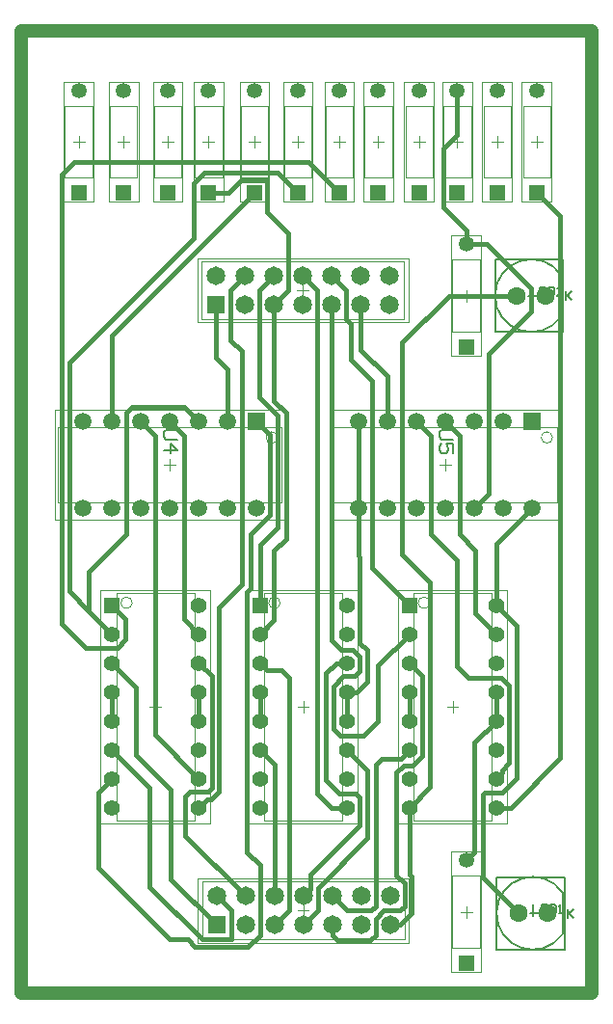
<source format=gtl>
G04*
G04 #@! TF.GenerationSoftware,Altium Limited,Altium Designer,22.9.1 (49)*
G04*
G04 Layer_Physical_Order=1*
G04 Layer_Color=255*
%FSLAX44Y44*%
%MOMM*%
G71*
G04*
G04 #@! TF.SameCoordinates,73C1D453-A157-4A54-B1A5-12706931D713*
G04*
G04*
G04 #@! TF.FilePolarity,Positive*
G04*
G01*
G75*
%ADD10C,0.2000*%
%ADD13C,0.1524*%
%ADD15C,1.2000*%
%ADD16C,0.1500*%
%ADD17C,0.1000*%
%ADD18C,0.0500*%
%ADD28C,0.3810*%
%ADD29C,1.6000*%
%ADD30R,1.3500X1.3500*%
%ADD31C,1.3500*%
%ADD32R,1.5000X1.5000*%
%ADD33C,1.5000*%
%ADD34R,1.4000X1.4000*%
%ADD35C,1.4000*%
%ADD36C,1.6500*%
%ADD37R,1.6500X1.6500*%
D10*
X688340Y501650D02*
X748030D01*
Y438150D02*
Y501650D01*
X688340Y438150D02*
X748030D01*
X688340D02*
Y501650D01*
X687070Y1043940D02*
X746760D01*
Y980440D02*
Y1043940D01*
X687070Y980440D02*
X746760D01*
X687070D02*
Y1043940D01*
X746760Y487680D02*
G03*
X746255Y451440I-26526J-17754D01*
G01*
X745490Y1029970D02*
G03*
X744985Y993730I-26526J-17754D01*
G01*
X746760Y452120D02*
Y487680D01*
X717550Y469900D02*
X722630D01*
X720090Y467360D02*
Y472440D01*
X745490Y994410D02*
Y1029970D01*
X716280Y1012190D02*
X721360D01*
X718820Y1009650D02*
Y1014730D01*
D13*
X720090Y477518D02*
Y469900D01*
X725168D01*
X732786Y477518D02*
X727708D01*
Y469900D01*
X732786D01*
X727708Y473709D02*
X730247D01*
X735325Y477518D02*
Y469900D01*
X739134D01*
X740403Y471170D01*
Y476248D01*
X739134Y477518D01*
X735325D01*
X742943Y469900D02*
X745482D01*
X744212D01*
Y477518D01*
X742943Y476248D01*
X750570Y473708D02*
Y466090D01*
Y468629D01*
X755648Y473708D01*
X751840Y469899D01*
X755648Y466090D01*
X718820Y1019808D02*
Y1012190D01*
X723898D01*
X731516Y1019808D02*
X726438D01*
Y1012190D01*
X731516D01*
X726438Y1015999D02*
X728977D01*
X734055Y1019808D02*
Y1012190D01*
X737864D01*
X739133Y1013460D01*
Y1018538D01*
X737864Y1019808D01*
X734055D01*
X746751Y1012190D02*
X741673D01*
X746751Y1017268D01*
Y1018538D01*
X745481Y1019808D01*
X742942D01*
X741673Y1018538D01*
X749300Y1015997D02*
Y1008380D01*
Y1010919D01*
X754378Y1015997D01*
X750570Y1012189D01*
X754378Y1008380D01*
D15*
X271056Y400050D02*
Y1244600D01*
Y400050D02*
X772160D01*
Y1244600D01*
X271056D02*
X772160D01*
D16*
X650026Y894080D02*
X640029D01*
X638030Y892081D01*
Y888082D01*
X640029Y886083D01*
X650026D01*
Y874087D02*
Y882084D01*
X644028D01*
X646027Y878085D01*
Y876086D01*
X644028Y874087D01*
X640029D01*
X638030Y876086D01*
Y880085D01*
X640029Y882084D01*
X408236Y894080D02*
X398239D01*
X396240Y892081D01*
Y888082D01*
X398239Y886083D01*
X408236D01*
X396240Y876086D02*
X408236D01*
X402238Y882084D01*
Y874087D01*
D17*
X737610Y887600D02*
G03*
X737610Y887600I-5000J0D01*
G01*
X495820D02*
G03*
X495820Y887600I-5000J0D01*
G01*
X629544Y742510D02*
G03*
X629544Y742510I-5000J0D01*
G01*
X498279D02*
G03*
X498279Y742510I-5000J0D01*
G01*
X368370D02*
G03*
X368370Y742510I-5000J0D01*
G01*
X649670Y439670D02*
X673670D01*
X649670D02*
Y502670D01*
X673670Y439670D02*
Y502670D01*
X649670D02*
X673670D01*
X649670Y980690D02*
X673670D01*
X649670D02*
Y1043690D01*
X673670Y980690D02*
Y1043690D01*
X649670D02*
X673670D01*
X544609Y896600D02*
X741610D01*
X544609Y830600D02*
X741610D01*
Y896600D01*
X544609Y830600D02*
Y896600D01*
X302820D02*
X499820D01*
X302820Y830600D02*
X499820D01*
Y896600D01*
X302820Y830600D02*
Y896600D01*
X615544Y551510D02*
Y751510D01*
X684044Y551510D02*
Y751510D01*
X615544D02*
X684044D01*
X615544Y551510D02*
X684044D01*
X484279D02*
Y751510D01*
X552779Y551510D02*
Y751510D01*
X484279D02*
X552779D01*
X484279Y551510D02*
X552779D01*
X354370D02*
Y751510D01*
X422870Y551510D02*
Y751510D01*
X354370D02*
X422870D01*
X354370Y551510D02*
X422870D01*
X711561Y1178860D02*
X735561D01*
Y1115860D02*
Y1178860D01*
X711561Y1115860D02*
Y1178860D01*
Y1115860D02*
X735561D01*
X309370Y1178860D02*
X333370D01*
Y1115860D02*
Y1178860D01*
X309370Y1115860D02*
Y1178860D01*
Y1115860D02*
X333370D01*
X676880Y1178860D02*
X700880D01*
Y1115860D02*
Y1178860D01*
X676880Y1115860D02*
Y1178860D01*
Y1115860D02*
X700880D01*
X348829Y1178860D02*
X372829D01*
Y1115860D02*
Y1178860D01*
X348829Y1115860D02*
Y1178860D01*
Y1115860D02*
X372829D01*
X641866Y1178860D02*
X665866D01*
Y1115860D02*
Y1178860D01*
X641866Y1115860D02*
Y1178860D01*
Y1115860D02*
X665866D01*
X387619Y1178860D02*
X411619D01*
Y1115860D02*
Y1178860D01*
X387619Y1115860D02*
Y1178860D01*
Y1115860D02*
X411619D01*
X608343Y1178860D02*
X632343D01*
Y1115860D02*
Y1178860D01*
X608343Y1115860D02*
Y1178860D01*
Y1115860D02*
X632343D01*
X423379Y1178860D02*
X447379D01*
Y1115860D02*
Y1178860D01*
X423379Y1115860D02*
Y1178860D01*
Y1115860D02*
X447379D01*
X572486Y1178860D02*
X596486D01*
Y1115860D02*
Y1178860D01*
X572486Y1115860D02*
Y1178860D01*
Y1115860D02*
X596486D01*
X463688Y1178860D02*
X487688D01*
Y1115860D02*
Y1178860D01*
X463688Y1115860D02*
Y1178860D01*
Y1115860D02*
X487688D01*
X538231Y1178860D02*
X562231D01*
Y1115860D02*
Y1178860D01*
X538231Y1115860D02*
Y1178860D01*
Y1115860D02*
X562231D01*
X501739Y1178860D02*
X525739D01*
Y1115860D02*
Y1178860D01*
X501739Y1115860D02*
Y1178860D01*
Y1115860D02*
X525739D01*
X429629Y497699D02*
X607429D01*
Y446899D02*
Y497699D01*
X429629Y446899D02*
X607429D01*
X429629D02*
Y497699D01*
X429486Y1042371D02*
X607286D01*
Y991571D02*
Y1042371D01*
X429486Y991571D02*
X607286D01*
X429486D02*
Y1042371D01*
X656670Y471170D02*
X666670D01*
X661670Y466170D02*
Y476170D01*
X656670Y1012190D02*
X666670D01*
X661670Y1007190D02*
Y1017190D01*
X643110Y858600D02*
Y868600D01*
X638110Y863600D02*
X648109D01*
X401320Y858600D02*
Y868600D01*
X396320Y863600D02*
X406320D01*
X644794Y651510D02*
X654794D01*
X649794Y646510D02*
Y656510D01*
X513529Y651510D02*
X523529D01*
X518529Y646510D02*
Y656510D01*
X383620Y651510D02*
X393620D01*
X388620Y646510D02*
Y656510D01*
X723561Y1142360D02*
Y1152360D01*
X718561Y1147360D02*
X728561D01*
X321371Y1142360D02*
Y1152360D01*
X316371Y1147360D02*
X326371D01*
X688880Y1142360D02*
Y1152360D01*
X683880Y1147360D02*
X693880D01*
X360829Y1142360D02*
Y1152360D01*
X355830Y1147360D02*
X365830D01*
X653866Y1142360D02*
Y1152360D01*
X648866Y1147360D02*
X658866D01*
X399619Y1142360D02*
Y1152360D01*
X394619Y1147360D02*
X404619D01*
X620343Y1142360D02*
Y1152360D01*
X615343Y1147360D02*
X625343D01*
X435379Y1142360D02*
Y1152360D01*
X430379Y1147360D02*
X440379D01*
X584486Y1142360D02*
Y1152360D01*
X579486Y1147360D02*
X589486D01*
X475688Y1142360D02*
Y1152360D01*
X470688Y1147360D02*
X480688D01*
X550231Y1142360D02*
Y1152360D01*
X545231Y1147360D02*
X555231D01*
X513739Y1142360D02*
Y1152360D01*
X508739Y1147360D02*
X518739D01*
D18*
X648670Y523920D02*
X674670D01*
X648670Y418420D02*
Y523920D01*
X674670Y418420D02*
Y523920D01*
X648670Y418420D02*
X674670D01*
X648670Y1064940D02*
X674670D01*
X648670Y959440D02*
Y1064940D01*
X674670Y959440D02*
Y1064940D01*
X648670Y959440D02*
X674670D01*
X542110Y912100D02*
X744110D01*
X542110Y815100D02*
X744110D01*
Y912100D01*
X542110Y815100D02*
Y912100D01*
X300320D02*
X502320D01*
X300320Y815100D02*
X502320D01*
Y912100D01*
X300320Y815100D02*
Y912100D01*
X601794Y549010D02*
Y754010D01*
X697794Y549010D02*
Y754010D01*
X601794D02*
X697794D01*
X601794Y549010D02*
X697794D01*
X470529D02*
Y754010D01*
X566529Y549010D02*
Y754010D01*
X470529D02*
X566529D01*
X470529Y549010D02*
X566529D01*
X340620D02*
Y754010D01*
X436620Y549010D02*
Y754010D01*
X340620D02*
X436620D01*
X340620Y549010D02*
X436620D01*
X710560Y1094610D02*
X736561D01*
Y1200110D01*
X710560Y1094610D02*
Y1200110D01*
X736561D01*
X308370Y1094610D02*
X334371D01*
Y1200110D01*
X308370Y1094610D02*
Y1200110D01*
X334371D01*
X675880Y1094610D02*
X701880D01*
Y1200110D01*
X675880Y1094610D02*
Y1200110D01*
X701880D01*
X347829Y1094610D02*
X373830D01*
Y1200110D01*
X347829Y1094610D02*
Y1200110D01*
X373830D01*
X640866Y1094610D02*
X666866D01*
Y1200110D01*
X640866Y1094610D02*
Y1200110D01*
X666866D01*
X386619Y1094610D02*
X412619D01*
Y1200110D01*
X386619Y1094610D02*
Y1200110D01*
X412619D01*
X607343Y1094610D02*
X633343D01*
Y1200110D01*
X607343Y1094610D02*
Y1200110D01*
X633343D01*
X422379Y1094610D02*
X448379D01*
Y1200110D01*
X422379Y1094610D02*
Y1200110D01*
X448379D01*
X571486Y1094610D02*
X597486D01*
Y1200110D01*
X571486Y1094610D02*
Y1200110D01*
X597486D01*
X462688Y1094610D02*
X488688D01*
Y1200110D01*
X462688Y1094610D02*
Y1200110D01*
X488688D01*
X537231Y1094610D02*
X563231D01*
Y1200110D01*
X537231Y1094610D02*
Y1200110D01*
X563231D01*
X500739Y1094610D02*
X526739D01*
Y1200110D01*
X500739Y1094610D02*
Y1200110D01*
X526739D01*
X426129Y444149D02*
Y500449D01*
Y444149D02*
X610929D01*
Y500449D01*
X426129D02*
X610929D01*
X518529Y467299D02*
Y477299D01*
X513529Y472299D02*
X523529D01*
X425985Y988821D02*
Y1045121D01*
Y988821D02*
X610786D01*
Y1045121D01*
X425985D02*
X610786D01*
X518386Y1011971D02*
Y1021971D01*
X513386Y1016971D02*
X523386D01*
D28*
X687894Y740410D02*
X706120Y722184D01*
Y588518D02*
Y722184D01*
X693674Y576072D02*
X706120Y588518D01*
X678434Y576072D02*
X693674D01*
X676148Y573786D02*
X678434Y576072D01*
X676148Y501142D02*
Y573786D01*
Y501142D02*
X707390Y469900D01*
X611694Y562610D02*
X629666Y580582D01*
Y760222D01*
X605282Y784606D02*
X629666Y760222D01*
X605282Y784606D02*
Y971042D01*
X646430Y1012190D01*
X706120D01*
X594729Y459599D02*
X603474D01*
X613918Y470044D01*
Y501821D01*
X611694Y504045D02*
X613918Y501821D01*
X611694Y504045D02*
Y562610D01*
X661670Y1057190D02*
X679916D01*
X718566Y1018540D01*
Y998474D02*
Y1018540D01*
X681482Y961390D02*
X718566Y998474D01*
X681482Y838472D02*
Y961390D01*
X668510Y825500D02*
X681482Y838472D01*
X556629Y664210D02*
X565534D01*
X574548Y673224D01*
Y701055D01*
X568452Y707151D02*
X574548Y701055D01*
X568452Y707151D02*
Y782574D01*
X566910Y784116D02*
X568452Y782574D01*
X566910Y784116D02*
Y825500D01*
X312928Y752602D02*
X330200Y735330D01*
X312928Y752602D02*
Y953262D01*
X422656Y1062990D01*
Y1111250D01*
X431546Y1120140D01*
X495959D01*
X513739Y1102360D01*
X330200Y735330D02*
X350520Y715010D01*
X330200Y735330D02*
Y769874D01*
X363474Y803148D01*
Y909066D01*
X368554Y914146D01*
X414274D01*
X426720Y901700D01*
X350520Y740410D02*
X362458Y728472D01*
Y710184D02*
Y728472D01*
X355346Y703072D02*
X362458Y710184D01*
X327406Y703072D02*
X355346D01*
X306578Y723900D02*
X327406Y703072D01*
X306578Y723900D02*
Y1118616D01*
X317500Y1129538D01*
X523053D01*
X550231Y1102360D01*
X388366Y626364D02*
X426720Y588010D01*
X388366Y626364D02*
Y889254D01*
X375920Y901700D02*
X388366Y889254D01*
X426720Y562610D02*
X434086Y569976D01*
X437911D01*
X444754Y576819D01*
Y738647D01*
X464566Y758459D01*
Y963648D01*
X454886Y973328D02*
X464566Y963648D01*
X454886Y973328D02*
Y1016971D01*
X467586Y1029671D01*
X492986Y1004271D02*
X505681Y1016966D01*
Y1066800D01*
X486918Y1085563D02*
X505681Y1066800D01*
X486918Y1085563D02*
Y1113555D01*
X464312D02*
X486918D01*
X453117Y1102360D02*
X464312Y1113555D01*
X435379Y1102360D02*
X453117D01*
X480429Y740410D02*
Y793234D01*
X496062Y808867D01*
Y907295D01*
X480286Y923072D02*
X496062Y907295D01*
X480286Y923072D02*
Y1016971D01*
X492986Y1029671D01*
X584200Y687516D02*
X611694Y715010D01*
X584200Y638810D02*
Y687516D01*
X571500Y626110D02*
X584200Y638810D01*
X550926Y626110D02*
X571500D01*
X545084Y631952D02*
X550926Y626110D01*
X545084Y631952D02*
Y669290D01*
X553720Y677926D01*
X563375D01*
X568074Y682625D01*
Y695325D01*
X562105Y701294D02*
X568074Y695325D01*
X552211Y701294D02*
X562105D01*
X543786Y709720D02*
X552211Y701294D01*
X543786Y709720D02*
Y1004271D01*
X579120Y772984D02*
X611694Y740410D01*
X579120Y772984D02*
Y937768D01*
X560832Y956056D02*
X579120Y937768D01*
X560832Y956056D02*
Y987298D01*
X556486Y991644D02*
X560832Y987298D01*
X556486Y991644D02*
Y1016971D01*
X543786Y1029671D02*
X556486Y1016971D01*
X687894Y562610D02*
X700557D01*
X743966Y606019D01*
Y1081955D01*
X723561Y1102360D02*
X743966Y1081955D01*
X350520Y613410D02*
X383540Y580390D01*
Y492997D02*
Y580390D01*
Y492997D02*
X429751Y446786D01*
X454916D01*
X455033Y446904D01*
Y472295D01*
X442329Y484999D02*
X455033Y472295D01*
X414782Y537946D02*
X467729Y484999D01*
X414782Y537946D02*
Y572247D01*
X419100Y576565D01*
X434975D01*
X438165Y579755D01*
Y678165D01*
X426720Y689610D02*
X438165Y678165D01*
X518529Y459599D02*
X531229Y472299D01*
Y492349D01*
X574802Y535922D01*
Y595237D01*
X556629Y613410D02*
X574802Y595237D01*
X518529Y484999D02*
X524764Y491235D01*
Y503935D01*
X568198Y547369D01*
Y571500D01*
X564388Y575310D02*
X568198Y571500D01*
X550164Y575310D02*
X564388D01*
X538734Y586740D02*
X550164Y575310D01*
X538734Y586740D02*
Y680968D01*
X547376Y689610D01*
X556629D01*
X543929Y450850D02*
Y459599D01*
Y450850D02*
X548247Y446532D01*
X577706D01*
X582024Y450850D01*
Y464849D01*
X589479Y472304D01*
X603478D01*
X607424Y476250D01*
Y495952D01*
X599948Y503428D02*
X607424Y495952D01*
X599948Y503428D02*
Y593217D01*
X606679Y599948D01*
X614934D01*
X623139Y608153D01*
Y678165D01*
X611694Y689610D02*
X623139Y678165D01*
X477520Y901700D02*
X489465Y889755D01*
Y819912D02*
Y889755D01*
X472440Y802887D02*
X489465Y819912D01*
X472440Y755296D02*
Y802887D01*
X468884Y751740D02*
X472440Y755296D01*
X468884Y523494D02*
Y751740D01*
Y523494D02*
X480429Y511949D01*
Y450850D02*
Y511949D01*
X470015Y440436D02*
X480429Y450850D01*
X423401Y440436D02*
X470015D01*
X417051Y446786D02*
X423401Y440436D01*
X401320Y446786D02*
X417051D01*
X338582Y509524D02*
X401320Y446786D01*
X338582Y509524D02*
Y576072D01*
X350520Y588010D01*
X413766Y727964D02*
X426720Y715010D01*
X413766Y727964D02*
Y889254D01*
X401320Y901700D02*
X413766Y889254D01*
X543929Y484999D02*
X556624Y472304D01*
X578078D01*
X582024Y476250D01*
Y599978D01*
X587851Y605805D01*
X604089D01*
X611694Y613410D01*
X556629Y638810D02*
Y664210D01*
X350520Y901700D02*
Y977192D01*
X475688Y1102360D01*
X480429Y715010D02*
X492986Y727567D01*
Y788143D01*
X503423Y798580D01*
Y909558D01*
X492986Y919995D02*
X503423Y909558D01*
X492986Y919995D02*
Y1004271D01*
X480429Y689610D02*
X487032Y683007D01*
X499226D01*
X505829Y676404D01*
Y472299D02*
Y676404D01*
X493129Y459599D02*
X505829Y472299D01*
X687894Y588010D02*
X693167Y593283D01*
Y595581D01*
X699516Y601930D01*
Y669544D01*
X692150Y676910D02*
X699516Y669544D01*
X663702Y676910D02*
X692150D01*
X653542Y687070D02*
X663702Y676910D01*
X653542Y687070D02*
Y779526D01*
X630428Y802640D02*
X653542Y779526D01*
X630428Y802640D02*
Y888982D01*
X617710Y901700D02*
X630428Y888982D01*
X350520Y689610D02*
X371602Y668528D01*
Y609092D02*
Y668528D01*
Y609092D02*
X402336Y578358D01*
Y499592D02*
Y578358D01*
Y499592D02*
X442329Y459599D01*
X687894Y740410D02*
Y794084D01*
X719310Y825500D01*
X669544Y733360D02*
X687894Y715010D01*
X669544Y733360D02*
Y788670D01*
X655828Y802386D02*
X669544Y788670D01*
X655828Y802386D02*
Y888982D01*
X643110Y901700D02*
X655828Y888982D01*
X668528Y619444D02*
X687894Y638810D01*
X668528Y523028D02*
Y619444D01*
X661670Y516170D02*
X668528Y523028D01*
X518386Y1029671D02*
X531086Y1016971D01*
Y575392D02*
Y1016971D01*
Y575392D02*
X543868Y562610D01*
X556629D01*
X480429Y613410D02*
X493129Y600710D01*
Y484999D02*
Y600710D01*
X661670Y1057190D02*
Y1069594D01*
X641604Y1089660D02*
X661670Y1069594D01*
X641604Y1089660D02*
Y1141152D01*
X653866Y1153414D01*
Y1192360D01*
X566910Y825500D02*
Y901700D01*
X687894Y638810D02*
Y664210D01*
X611694Y638810D02*
Y664210D01*
X350520Y638810D02*
Y664210D01*
X480429Y638810D02*
Y664210D01*
X426720Y638810D02*
Y664210D01*
X442186Y957862D02*
Y1004271D01*
Y957862D02*
X452120Y947928D01*
Y901700D02*
Y947928D01*
X569186Y964448D02*
Y1004271D01*
Y964448D02*
X592310Y941324D01*
Y901700D02*
Y941324D01*
D29*
X732790Y469900D02*
D03*
X707390D02*
D03*
X731520Y1012190D02*
D03*
X706120D02*
D03*
D30*
X661670Y426170D02*
D03*
Y967190D02*
D03*
X723561Y1102360D02*
D03*
X321371D02*
D03*
X688880D02*
D03*
X360829D02*
D03*
X653866D02*
D03*
X399619D02*
D03*
X620343D02*
D03*
X435379D02*
D03*
X584486D02*
D03*
X475688D02*
D03*
X550231D02*
D03*
X513739D02*
D03*
D31*
X661670Y516170D02*
D03*
Y1057190D02*
D03*
X723561Y1192360D02*
D03*
X321371D02*
D03*
X688880D02*
D03*
X360829D02*
D03*
X653866D02*
D03*
X399619D02*
D03*
X620343D02*
D03*
X435379D02*
D03*
X584486D02*
D03*
X475688D02*
D03*
X550231D02*
D03*
X513739D02*
D03*
D32*
X719310Y901700D02*
D03*
X477520D02*
D03*
D33*
X693910D02*
D03*
X668510D02*
D03*
X643110D02*
D03*
X617710D02*
D03*
X592310D02*
D03*
X566910D02*
D03*
X719310Y825500D02*
D03*
X693910D02*
D03*
X668510D02*
D03*
X643110D02*
D03*
X617710D02*
D03*
X592310D02*
D03*
X566910D02*
D03*
X452120Y901700D02*
D03*
X426720D02*
D03*
X401320D02*
D03*
X375920D02*
D03*
X350520D02*
D03*
X325120D02*
D03*
X477520Y825500D02*
D03*
X452120D02*
D03*
X426720D02*
D03*
X401320D02*
D03*
X375920D02*
D03*
X350520D02*
D03*
X325120D02*
D03*
D34*
X611694Y740410D02*
D03*
X480429D02*
D03*
X350520D02*
D03*
D35*
X611694Y715010D02*
D03*
Y689610D02*
D03*
Y664210D02*
D03*
Y638810D02*
D03*
Y613410D02*
D03*
Y588010D02*
D03*
Y562610D02*
D03*
X687894Y740410D02*
D03*
Y715010D02*
D03*
Y689610D02*
D03*
Y664210D02*
D03*
Y638810D02*
D03*
Y613410D02*
D03*
Y588010D02*
D03*
Y562610D02*
D03*
X480429Y715010D02*
D03*
Y689610D02*
D03*
Y664210D02*
D03*
Y638810D02*
D03*
Y613410D02*
D03*
Y588010D02*
D03*
Y562610D02*
D03*
X556629Y740410D02*
D03*
Y715010D02*
D03*
Y689610D02*
D03*
Y664210D02*
D03*
Y638810D02*
D03*
Y613410D02*
D03*
Y588010D02*
D03*
Y562610D02*
D03*
X350520Y715010D02*
D03*
Y689610D02*
D03*
Y664210D02*
D03*
Y638810D02*
D03*
Y613410D02*
D03*
Y588010D02*
D03*
Y562610D02*
D03*
X426720Y740410D02*
D03*
Y715010D02*
D03*
Y689610D02*
D03*
Y664210D02*
D03*
Y638810D02*
D03*
Y613410D02*
D03*
Y588010D02*
D03*
Y562610D02*
D03*
D36*
X518529Y484999D02*
D03*
Y459599D02*
D03*
X493129Y484999D02*
D03*
Y459599D02*
D03*
X442329Y484999D02*
D03*
X467729Y459599D02*
D03*
Y484999D02*
D03*
X543929Y459599D02*
D03*
Y484999D02*
D03*
X569329Y459599D02*
D03*
X594729D02*
D03*
X569329Y484999D02*
D03*
X594729D02*
D03*
X518386Y1029671D02*
D03*
Y1004271D02*
D03*
X492986Y1029671D02*
D03*
Y1004271D02*
D03*
X442186Y1029671D02*
D03*
X467586Y1004271D02*
D03*
Y1029671D02*
D03*
X543786Y1004271D02*
D03*
Y1029671D02*
D03*
X569186Y1004271D02*
D03*
X594586D02*
D03*
X569186Y1029671D02*
D03*
X594586D02*
D03*
D37*
X442329Y459599D02*
D03*
X442186Y1004271D02*
D03*
M02*

</source>
